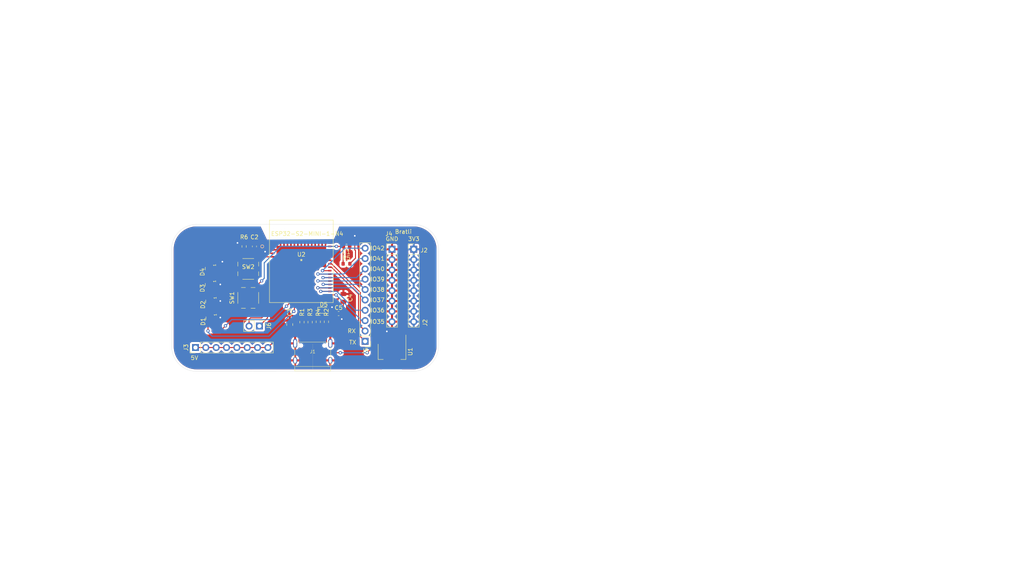
<source format=kicad_pcb>
(kicad_pcb (version 20211014) (generator pcbnew)
  (layers (0 "F.Cu" signal) (31 "B.Cu" signal) (34 "B.Paste" user) (35 "F.Paste" user) (36 "B.SilkS" user "B.Silkscreen") (37 "F.SilkS" user "F.Silkscreen") (38 "B.Mask" user) (39 "F.Mask" user) (44 "Edge.Cuts" user))
  (net 0 "")
  (net 1 "GND")
  (net 2 "Enable")
  (net 3 "Boot")
  (net 4 "/VBUS")
  (net 5 "+3V3")
  (net 6 "Net-(J1-PadA5)")
  (net 7 "Net-(J1-PadA6)")
  (net 8 "Net-(J1-PadA7)")
  (net 10 "Net-(J1-PadB5)")
  (net 12 "/TX")
  (net 13 "/RX")
  (net 14 "USB_N")
  (net 15 "USB_P")
  (net 27 "Net-(D1-Pad2)")
  (net 28 "Net-(D1-Pad3)")
  (net 30 "/RGB_SDI")
  (net 31 "/RGB_CKI")
  (net 37 "/SCL")
  (net 38 "/SDA")
  (net 39 "/IO42")
  (net 40 "/IO41")
  (net 41 "/IO40")
  (net 42 "/IO39")
  (net 43 "/IO38")
  (net 44 "/IO37")
  (net 45 "/IO36")
  (net 46 "/IO35")
  (net 47 "Net-(D2-Pad2)")
  (net 48 "Net-(D2-Pad3)")
  (net 49 "Net-(D3-Pad2)")
  (net 50 "Net-(D3-Pad3)")
  (net 53 "/RGB_B")
  (net 54 "/RGB_G")
  (net 55 "/RGB_R")
  (net 56 "Net-(U2-Pad29)")
  (footprint "Resistor_SMD:R_0603_1608Metric" (layer "F.Cu") (at 113.03 90.17)
    (fp_text reference "R5")
    (fp_text value "10k")
  )
  (footprint "LED_SMD:LED-APA102-2020" (layer "F.Cu") (at 79.756 96.178 -90)
    (fp_text reference "D3")
    (fp_text value "APA102-2020")
  )
  (footprint "Capacitor_SMD:C_0603_1608Metric" (layer "F.Cu") (at 90.424 85.915 -90)
    (fp_text reference "C2")
    (fp_text value "0.1uF")
  )
  (footprint "Connector_PinHeader_2.54mm:PinHeader_1x10_P2.54mm_Vertical" (layer "F.Cu") (at 117.602 109.215 180)
    (fp_text reference "J5")
    (fp_text value "Conn_01x10_Male")
  )
  (footprint "Capacitor_SMD:C_0603_1608Metric" (layer "F.Cu") (at 111.094 102.398)
    (fp_text reference "C5")
    (fp_text value "0.1uF")
  )
  (footprint "Connector_PinHeader_2.54mm:PinHeader_1x08_P2.54mm_Vertical" (layer "F.Cu") (at 75.946 110.744 90)
    (fp_text reference "J3")
    (fp_text value "Conn_01x08_Male")
  )
  (footprint "Button_Switch_SMD:SW_SPST_Panasonic_EVQPL_3PL_5PL_PT_A08" (layer "F.Cu") (at 88.9 91.44)
    (fp_text reference "SW2")
    (fp_text value "SW_Boot")
  )
  (footprint "Resistor_SMD:R_0603_1608Metric" (layer "F.Cu") (at 102.094 104.498 90)
    (fp_text reference "R1")
    (fp_text value "5.1k")
  )
  (footprint "Resistor_SMD:R_0603_1608Metric" (layer "F.Cu") (at 87.884 85.915 90)
    (fp_text reference "R6")
    (fp_text value "10k")
  )
  (footprint "Package_TO_SOT_SMD:SOT-223" (layer "F.Cu") (at 124.206 111.76 -90)
    (fp_text reference "U1")
    (fp_text value "LM1117-3.3")
  )
  (footprint "LED_SMD:LED-APA102-2020" (layer "F.Cu") (at 79.872 100.242 -90)
    (fp_text reference "D2")
    (fp_text value "APA102-2020")
  )
  (footprint "LED_SMD:LED-APA102-2020" (layer "F.Cu") (at 79.922 104.394 -90)
    (fp_text reference "D1")
    (fp_text value "APA102-2020")
  )
  (footprint "Capacitor_SMD:C_0805_2012Metric" (layer "F.Cu") (at 99.094 105.098 -90)
    (fp_text reference "C3")
    (fp_text value "47uF")
  )
  (footprint "Button_Switch_SMD:SW_SPST_Panasonic_EVQPL_3PL_5PL_PT_A08" (layer "F.Cu") (at 88.9 98.552 90)
    (fp_text reference "SW1")
    (fp_text value "SW_Enable")
  )
  (footprint "LED_SMD:LED_0603_1608Metric" (layer "F.Cu") (at 107.442 101.6)
    (fp_text reference "D5")
    (fp_text value "LED")
  )
  (footprint "Resistor_SMD:R_0603_1608Metric" (layer "F.Cu") (at 104.094 104.498 90)
    (fp_text reference "R3")
    (fp_text value "33R")
  )
  (footprint "LED_SMD:LED-APA102-2020" (layer "F.Cu") (at 79.756 92.202 -90)
    (fp_text reference "D4")
    (fp_text value "APA102-2020")
  )
  (footprint "Resistor_SMD:R_0603_1608Metric" (layer "F.Cu") (at 108.094 104.423 90)
    (fp_text reference "R2")
    (fp_text value "5.1k")
  )
  (footprint "Resistor_SMD:R_0603_1608Metric" (layer "F.Cu") (at 106.094 104.423 90)
    (fp_text reference "R4")
    (fp_text value "33R")
  )
  (footprint "Capacitor_SMD:C_0603_1608Metric" (layer "F.Cu") (at 113.03 85.852 180)
    (fp_text reference "C1")
    (fp_text value "0.1uF")
  )
  (footprint "USB-C-Power-tester:TYPE-C-31-M-12" (layer "F.Cu") (at 104.734 113.898)
    (fp_text reference "J1")
    (fp_text value "USB_C_Receptacle_USB2.0")
  )
  (footprint "footprints:ESP32-S2-MINI-1-N4" (layer "F.Cu") (at 101.937 89.5749)
    (fp_text reference "U2")
    (fp_text value "ESP32-S2-MINI-1-N4")
  )
  (footprint "Connector_PinHeader_2.54mm:PinHeader_1x08_P2.54mm_Vertical" (layer "F.Cu") (at 124.206 86.614)
    (fp_text reference "J4")
    (fp_text value "Conn_01x08_Male")
  )
  (footprint "Connector_PinHeader_2.54mm:PinHeader_1x08_P2.54mm_Vertical" (layer "F.Cu") (at 129.54 86.614)
    (fp_text reference "J2")
    (fp_text value "Conn_01x08_Male")
  )
  (footprint "Connector_PinHeader_2.54mm:PinHeader_1x02_P2.54mm_Vertical" (layer "F.Cu") (at 91.6432 105.4608 -90)
    (fp_text reference "J6")
    (fp_text value "Conn_01x02_Male")
  )
  (footprint "Capacitor_SMD:C_0805_2012Metric" (layer "F.Cu") (at 112.268 98.552 -90)
    (fp_text reference "C4")
    (fp_text value "47uF")
  )
  (gr_arc (start 70.096523 86.606523) (mid 71.882 82.296) (end 76.192523 80.510523) (layer "Edge.Cuts") (width 0.05))
  (gr_arc (start 135.636 110.236) (mid 133.712883 114.845038) (end 129.032 116.586) (layer "Edge.Cuts") (width 0.05))
  (gr_line (start 129.54 80.518) (end 76.192523 80.510523) (layer "Edge.Cuts") (width 0.05))
  (gr_arc (start 76.192523 116.593477) (mid 71.88263 114.804269) (end 70.104 110.49) (layer "Edge.Cuts") (width 0.05))
  (gr_line (start 70.096523 86.606523) (end 70.104 110.49) (layer "Edge.Cuts") (width 0.05))
  (gr_arc (start 129.54 80.518) (mid 133.850523 82.303477) (end 135.636 86.614) (layer "Edge.Cuts") (width 0.05))
  (gr_line (start 76.192523 116.593477) (end 129.032 116.586) (layer "Edge.Cuts") (width 0.05))
  (gr_line (start 135.636 86.614) (end 135.636 110.236) (layer "Edge.Cuts") (width 0.05))
  (gr_text "GND" (at 124.206 84.074) (layer "F.SilkS") (effects (font (size 1 1))))
  (gr_text "IO39" (at 120.65 93.98) (layer "F.SilkS") (effects (font (size 1 1))))
  (gr_text "IO37" (at 120.65 99.06) (layer "F.SilkS") (effects (font (size 1 1))))
  (gr_text "IO40" (at 120.65 91.44) (layer "F.SilkS") (effects (font (size 1 1))))
  (gr_text "IO35" (at 120.65 104.394) (layer "F.SilkS") (effects (font (size 1 1))))
  (gr_text "TX" (at 114.554 109.474) (layer "F.SilkS") (effects (font (size 1 1))))
  (gr_text "IO42" (at 120.65 86.36) (layer "F.SilkS") (effects (font (size 1 1))))
  (gr_text "RX" (at 114.3 106.68) (layer "F.SilkS") (effects (font (size 1 1))))
  (gr_text "IO41" (at 120.65 88.9) (layer "F.SilkS") (effects (font (size 1 1))))
  (gr_text "5V" (at 75.692 113.284) (layer "F.SilkS") (effects (font (size 1 1))))
  (gr_text "IO38" (at 120.65 96.52) (layer "F.SilkS") (effects (font (size 1 1))))
  (gr_text "IO36" (at 120.65 101.6) (layer "F.SilkS") (effects (font (size 1 1))))
  (gr_text "Bratli" (at 127 82.296) (layer "F.SilkS") (effects (font (size 1 1))))
  (gr_text "J2" (at 132.334 104.648 90) (layer "F.SilkS") (effects (font (size 1 1))))
  (gr_text "3V3" (at 129.54 84.074) (layer "F.SilkS") (effects (font (size 1 1))))
  (segment (start 76.2 102.252) (end 76.2 97.79) (width 0.25) (layer "F.Cu") (net 1))
  (segment (start 124.206 86.614) (end 124.206 89.154) (width 0.25) (layer "F.Cu") (net 1))
  (segment (start 124.206 99.314) (end 124.206 101.854) (width 0.25) (layer "F.Cu") (net 1))
  (segment (start 107.834 108.798) (end 107.834 108.066) (width 0.25) (layer "F.Cu") (net 1))
  (segment (start 124.206 101.854) (end 124.206 104.394) (width 0.25) (layer "F.Cu") (net 1))
  (segment (start 79.166 96.178) (end 78.176 96.178) (width 0.25) (layer "F.Cu") (net 1))
  (segment (start 101.092 107.442) (end 100.838 107.442) (width 0.25) (layer "F.Cu") (net 1))
  (segment (start 76.2 97.79) (end 76.2 93.98) (width 0.25) (layer "F.Cu") (net 1))
  (segment (start 101.359 107.709) (end 101.359 108.798) (width 0.25) (layer "F.Cu") (net 1))
  (segment (start 124.206 91.694) (end 124.206 94.234) (width 0.25) (layer "F.Cu") (net 1))
  (segment (start 75.438 91.694) (end 75.438 89.916) (width 0.25) (layer "F.Cu") (net 1))
  (segment (start 86.747489 88.937489) (end 87.05 89.24) (width 0.25) (layer "F.Cu") (net 1))
  (segment (start 108.109 107.791) (end 108.458 107.442) (width 0.25) (layer "F.Cu") (net 1))
  (segment (start 101.634 107.984) (end 101.359 107.709) (width 0.25) (layer "F.Cu") (net 1))
  (segment (start 76.2 93.98) (end 76.2 92.202) (width 0.25) (layer "F.Cu") (net 1))
  (segment (start 78.342 104.394) (end 76.2 102.252) (width 0.25) (layer "F.Cu") (net 1))
  (segment (start 101.634 108.798) (end 101.634 107.984) (width 0.25) (layer "F.Cu") (net 1))
  (segment (start 78.176 96.178) (end 76.2 94.202) (width 0.25) (layer "F.Cu") (net 1))
  (segment (start 124.206 94.234) (end 124.206 96.774) (width 0.25) (layer "F.Cu") (net 1))
  (segment (start 75.438 89.916) (end 76.416511 88.937489) (width 0.25) (layer "F.Cu") (net 1))
  (segment (start 76.2 94.202) (end 76.2 93.98) (width 0.25) (layer "F.Cu") (net 1))
  (segment (start 124.206 89.154) (end 124.206 91.694) (width 0.25) (layer "F.Cu") (net 1))
  (segment (start 124.206 96.774) (end 124.206 99.314) (width 0.25) (layer "F.Cu") (net 1))
  (segment (start 79.166 92.202) (end 76.2 92.202) (width 0.25) (layer "F.Cu") (net 1))
  (segment (start 108.109 107.791) (end 108.109 108.798) (width 0.25) (layer "F.Cu") (net 1))
  (segment (start 79.332 104.394) (end 78.342 104.394) (width 0.25) (layer "F.Cu") (net 1))
  (segment (start 76.416511 88.937489) (end 86.747489 88.937489) (width 0.25) (layer "F.Cu") (net 1))
  (segment (start 107.834 108.066) (end 108.109 107.791) (width 0.25) (layer "F.Cu") (net 1))
  (segment (start 101.359 107.709) (end 101.092 107.442) (width 0.25) (layer "F.Cu") (net 1))
  (segment (start 79.282 100.242) (end 78.292 100.242) (width 0.25) (layer "F.Cu") (net 1))
  (segment (start 78.292 100.242) (end 76.2 98.15) (width 0.25) (layer "F.Cu") (net 1))
  (segment (start 76.2 92.202) (end 75.946 92.202) (width 0.25) (layer "F.Cu") (net 1))
  (segment (start 75.946 92.202) (end 75.438 91.694) (width 0.25) (layer "F.Cu") (net 1))
  (segment (start 76.2 98.15) (end 76.2 97.79) (width 0.25) (layer "F.Cu") (net 1))
  (segment (start 86.7 96.702) (end 91.1 96.702) (width 0.25) (layer "F.Cu") (net 2))
  (segment (start 91.1 95.463) (end 91.1 96.702) (width 0.25) (layer "F.Cu") (net 2))
  (segment (start 92.1766 94.3864) (end 91.1 95.463) (width 0.25) (layer "F.Cu") (net 2))
  (segment (start 112.193586 85.913414) (end 112.255 85.852) (width 0.25) (layer "F.Cu") (net 2))
  (segment (start 112.205 90.17) (end 112.205 85.902) (width 0.25) (layer "F.Cu") (net 2))
  (segment (start 112.205 85.902) (end 112.255 85.852) (width 0.25) (layer "F.Cu") (net 2))
  (segment (start 108.936999 85.913414) (end 112.193586 85.913414) (width 0.25) (layer "F.Cu") (net 2))
  (via (at 110.551414 85.913414) (size 0.8) (drill 0.4) (layers "F.Cu" "B.Cu") (net 2))
  (via (at 92.1766 94.3864) (size 0.8) (drill 0.4) (layers "F.Cu" "B.Cu") (net 2))
  (segment (start 92.837 93.726) (end 92.1766 94.3864) (width 0.25) (layer "B.Cu") (net 2))
  (segment (start 110.551414 85.913414) (end 96.864986 85.913414) (width 0.25) (layer "B.Cu") (net 2))
  (segment (start 96.864986 85.913414) (end 92.837 89.9414) (width 0.25) (layer "B.Cu") (net 2))
  (segment (start 92.837 89.9414) (end 92.837 93.726) (width 0.25) (layer "B.Cu") (net 2))
  (segment (start 87.884 86.74) (end 89.094 86.74) (width 0.25) (layer "F.Cu") (net 3))
  (segment (start 92.768414 88.463414) (end 91.44 87.135) (width 0.25) (layer "F.Cu") (net 3))
  (segment (start 94.937001 88.463414) (end 92.768414 88.463414) (width 0.25) (layer "F.Cu") (net 3))
  (segment (start 91.44 87.135) (end 90.869 87.135) (width 0.25) (layer "F.Cu") (net 3))
  (segment (start 90.75 89.24) (end 90.75 87.825) (width 0.25) (layer "F.Cu") (net 3))
  (segment (start 90.869 87.135) (end 90.424 86.69) (width 0.25) (layer "F.Cu") (net 3))
  (segment (start 90.869 87.135) (end 90.869 87.706) (width 0.25) (layer "F.Cu") (net 3))
  (segment (start 90.75 93.64) (end 90.75 89.24) (width 0.25) (layer "F.Cu") (net 3))
  (segment (start 90.869 87.706) (end 90.75 87.825) (width 0.25) (layer "F.Cu") (net 3))
  (segment (start 89.094 86.74) (end 89.734 87.38) (width 0.25) (layer "F.Cu") (net 3))
  (segment (start 89.734 87.38) (end 90.424 86.69) (width 0.25) (layer "F.Cu") (net 3))
  (segment (start 75.946 110.744) (end 78.486 110.744) (width 0.25) (layer "F.Cu") (net 4))
  (segment (start 103.839 111.178) (end 105.603022 111.178) (width 0.25) (layer "F.Cu") (net 4))
  (segment (start 102.434 109.773) (end 103.839 111.178) (width 0.25) (layer "F.Cu") (net 4))
  (segment (start 98.422 106.048) (end 99.094 106.048) (width 0.25) (layer "F.Cu") (net 4))
  (segment (start 121.906 108.61) (end 121.4632 108.61) (width 0.25) (layer "F.Cu") (net 4))
  (segment (start 102.434 108.798) (end 102.434 107.9966) (width 0.25) (layer "F.Cu") (net 4))
  (segment (start 107.034 109.747022) (end 107.034 108.798) (width 0.25) (layer "F.Cu") (net 4))
  (segment (start 105.603022 111.178) (end 107.034 109.747022) (width 0.25) (layer "F.Cu") (net 4))
  (segment (start 121.4632 108.61) (end 118.0846 111.9886) (width 0.25) (layer "F.Cu") (net 4))
  (segment (start 93.726 110.744) (end 98.422 106.048) (width 0.25) (layer "F.Cu") (net 4))
  (segment (start 83.566 110.744) (end 86.106 110.744) (width 0.25) (layer "F.Cu") (net 4))
  (segment (start 118.0846 111.9886) (end 118.11 112.014) (width 0.25) (layer "F.Cu") (net 4))
  (segment (start 102.434 108.798) (end 102.434 109.773) (width 0.25) (layer "F.Cu") (net 4))
  (segment (start 86.106 110.744) (end 88.646 110.744) (width 0.25) (layer "F.Cu") (net 4))
  (segment (start 78.486 110.744) (end 81.026 110.744) (width 0.25) (layer "F.Cu") (net 4))
  (segment (start 99.094 106.048) (end 100.4854 106.048) (width 0.25) (layer "F.Cu") (net 4))
  (segment (start 81.026 110.744) (end 83.566 110.744) (width 0.25) (layer "F.Cu") (net 4))
  (segment (start 100.4854 106.048) (end 102.159 107.7216) (width 0.25) (layer "F.Cu") (net 4))
  (segment (start 102.159 107.7216) (end 102.159 108.798) (width 0.25) (layer "F.Cu") (net 4))
  (segment (start 91.186 110.744) (end 93.726 110.744) (width 0.25) (layer "F.Cu") (net 4))
  (segment (start 106.439022 112.014) (end 105.603022 111.178) (width 0.25) (layer "F.Cu") (net 4))
  (segment (start 105.603022 111.178) (end 105.603022 111.207022) (width 0.25) (layer "F.Cu") (net 4))
  (segment (start 88.646 110.744) (end 91.186 110.744) (width 0.25) (layer "F.Cu") (net 4))
  (segment (start 111.506 112.014) (end 106.439022 112.014) (width 0.25) (layer "F.Cu") (net 4))
  (segment (start 102.434 107.9966) (end 102.159 107.7216) (width 0.25) (layer "F.Cu") (net 4))
  (via (at 118.11 112.014) (size 0.8) (drill 0.4) (layers "F.Cu" "B.Cu") (net 4))
  (via (at 111.506 112.014) (size 0.8) (drill 0.4) (layers "F.Cu" "B.Cu") (net 4))
  (segment (start 118.11 112.014) (end 111.506 112.014) (width 0.25) (layer "B.Cu") (net 4))
  (segment (start 80.772 99.392) (end 80.772 100.172) (width 0.25) (layer "F.Cu") (net 5))
  (segment (start 80.772 99.392) (end 81.964 99.392) (width 0.25) (layer "F.Cu") (net 5))
  (segment (start 129.54 94.234) (end 129.54 96.774) (width 0.25) (layer "F.Cu") (net 5))
  (segment (start 80.86 91.352) (end 81.788 90.424) (width 0.25) (layer "F.Cu") (net 5))
  (segment (start 108.712 101.6) (end 109.474 100.838) (width 0.25) (layer "F.Cu") (net 5))
  (segment (start 80.772 100.172) (end 80.702 100.242) (width 0.25) (layer "F.Cu") (net 5))
  (segment (start 80.656 91.352) (end 80.656 92.132) (width 0.25) (layer "F.Cu") (net 5))
  (segment (start 113.855 90.17) (end 115.2398 88.7852) (width 0.25) (layer "F.Cu") (net 5))
  (segment (start 80.822 103.544) (end 81.876 103.544) (width 0.25) (layer "F.Cu") (net 5))
  (segment (start 93.455415 87.613415) (end 93.0402 87.1982) (width 0.25) (layer "F.Cu") (net 5))
  (segment (start 81.876 103.544) (end 82.042 103.378) (width 0.25) (layer "F.Cu") (net 5))
  (segment (start 129.54 96.774) (end 129.54 99.314) (width 0.25) (layer "F.Cu") (net 5))
  (segment (start 111.869 103.7516) (end 111.8616 103.759) (width 0.25) (layer "F.Cu") (net 5))
  (segment (start 108.2295 101.6) (end 108.712 101.6) (width 0.25) (layer "F.Cu") (net 5))
  (segment (start 112.268 101.999) (end 112.268 99.502) (width 0.25) (layer "F.Cu") (net 5))
  (segment (start 115.2398 88.7852) (end 115.2398 86.9442) (width 0.25) (layer "F.Cu") (net 5))
  (segment (start 80.656 95.328) (end 81.964 95.328) (width 0.25) (layer "F.Cu") (net 5))
  (segment (start 124.206 108.0516) (end 122.936 106.7816) (width 0.25) (layer "F.Cu") (net 5))
  (segment (start 115.062 86.7664) (end 115.062 83.312) (width 0.25) (layer "F.Cu") (net 5))
  (segment (start 129.54 91.694) (end 129.54 94.234) (width 0.25) (layer "F.Cu") (net 5))
  (segment (start 80.656 92.132) (end 80.586 92.202) (width 0.25) (layer "F.Cu") (net 5))
  (segment (start 80.656 91.352) (end 80.86 91.352) (width 0.25) (layer "F.Cu") (net 5))
  (segment (start 94.937001 87.613415) (end 93.455415 87.613415) (width 0.25) (layer "F.Cu") (net 5))
  (segment (start 81.788 90.424) (end 82.55 89.662) (width 0.25) (layer "F.Cu") (net 5))
  (segment (start 81.964 95.328) (end 82.042 95.25) (width 0.25) (layer "F.Cu") (net 5))
  (segment (start 129.54 101.854) (end 129.54 104.394) (width 0.25) (layer "F.Cu") (net 5))
  (segment (start 80.752 104.394) (end 80.752 103.614) (width 0.25) (layer "F.Cu") (net 5))
  (segment (start 81.964 99.392) (end 82.042 99.314) (width 0.25) (layer "F.Cu") (net 5))
  (segment (start 87.884 85.09) (end 86.297 85.09) (width 0.25) (layer "F.Cu") (net 5))
  (segment (start 129.54 99.314) (end 129.54 101.854) (width 0.25) (layer "F.Cu") (net 5))
  (segment (start 129.54 89.154) (end 129.54 91.694) (width 0.25) (layer "F.Cu") (net 5))
  (segment (start 108.3056 101.5239) (end 108.2295 101.6) (width 0.25) (layer "F.Cu") (net 5))
  (segment (start 124.206 108.61) (end 124.206 108.0516) (width 0.25) (layer "F.Cu") (net 5))
  (segment (start 80.656 96.108) (end 80.586 96.178) (width 0.25) (layer "F.Cu") (net 5))
  (segment (start 80.752 103.614) (end 80.822 103.544) (width 0.25) (layer "F.Cu") (net 5))
  (segment (start 111.869 102.398) (end 111.869 103.7516) (width 0.25) (layer "F.Cu") (net 5))
  (segment (start 115.2398 86.9442) (end 115.062 86.7664) (width 0.25) (layer "F.Cu") (net 5))
  (segment (start 111.869 102.398) (end 112.268 101.999) (width 0.25) (layer "F.Cu") (net 5))
  (segment (start 129.54 86.614) (end 129.54 89.154) (width 0.25) (layer "F.Cu") (net 5))
  (segment (start 86.297 85.09) (end 86.2584 85.0514) (width 0.25) (layer "F.Cu") (net 5))
  (segment (start 80.656 95.328) (end 80.656 96.108) (width 0.25) (layer "F.Cu") (net 5))
  (via (at 115.062 83.312) (size 0.8) (drill 0.4) (layers "F.Cu" "B.Cu") (net 5))
  (via (at 111.8616 103.759) (size 0.8) (drill 0.4) (layers "F.Cu" "B.Cu") (net 5))
  (via (at 122.936 106.7816) (size 0.8) (drill 0.4) (layers "F.Cu" "B.Cu") (net 5))
  (via (at 82.042 95.25) (size 0.8) (drill 0.4) (layers "F.Cu" "B.Cu") (net 5))
  (via (at 109.474 100.838) (size 0.8) (drill 0.4) (layers "F.Cu" "B.Cu") (net 5))
  (via (at 86.2584 85.0514) (size 0.8) (drill 0.4) (layers "F.Cu" "B.Cu") (net 5))
  (via (at 93.0402 87.1982) (size 0.8) (drill 0.4) (layers "F.Cu" "B.Cu") (net 5))
  (via (at 82.55 89.662) (size 0.8) (drill 0.4) (layers "F.Cu" "B.Cu") (net 5))
  (via (at 82.042 99.314) (size 0.8) (drill 0.4) (layers "F.Cu" "B.Cu") (net 5))
  (via (at 82.042 103.378) (size 0.8) (drill 0.4) (layers "F.Cu" "B.Cu") (net 5))
  (segment (start 102.094 105.323) (end 103.484 106.713) (width 0.25) (layer "F.Cu") (net 6))
  (segment (start 103.484 106.713) (end 103.484 108.798) (width 0.25) (layer "F.Cu") (net 6))
  (segment (start 104.484 106.858) (end 106.094 105.248) (width 0.25) (layer "F.Cu") (net 7))
  (segment (start 106.094 105.248) (end 105.484 105.858) (width 0.25) (layer "F.Cu") (net 7))
  (segment (start 105.484 105.858) (end 105.484 108.798) (width 0.25) (layer "F.Cu") (net 7))
  (segment (start 104.484 108.798) (end 104.484 106.858) (width 0.25) (layer "F.Cu") (net 7))
  (segment (start 104.284978 110.098) (end 104.594 110.098) (width 0.25) (layer "F.Cu") (net 8))
  (segment (start 104.594 110.098) (end 104.984 109.708) (width 0.25) (layer "F.Cu") (net 8))
  (segment (start 103.984 105.433) (end 103.984 108.798) (width 0.25) (layer "F.Cu") (net 8))
  (segment (start 104.094 105.323) (end 103.984 105.433) (width 0.25) (layer "F.Cu") (net 8))
  (segment (start 103.984 108.798) (end 103.984 109.797022) (width 0.25) (layer "F.Cu") (net 8))
  (segment (start 103.984 109.797022) (end 104.284978 110.098) (width 0.25) (layer "F.Cu") (net 8))
  (segment (start 104.984 109.708) (end 104.984 108.798) (width 0.25) (layer "F.Cu") (net 8))
  (segment (start 106.484 106.858) (end 108.094 105.248) (width 0.25) (layer "F.Cu") (net 10))
  (segment (start 106.484 108.798) (end 106.484 106.858) (width 0.25) (layer "F.Cu") (net 10))
  (segment (start 115.977969 97.645763) (end 115.977969 107.590969) (width 0.25) (layer "F.Cu") (net 12))
  (segment (start 115.977969 107.590969) (end 117.602 109.215) (width 0.25) (layer "F.Cu") (net 12))
  (segment (start 108.936999 91.013414) (end 109.34562 91.013414) (width 0.25) (layer "F.Cu") (net 12))
  (segment (start 109.34562 91.013414) (end 115.977969 97.645763) (width 0.25) (layer "F.Cu") (net 12))
  (segment (start 109.345622 90.163415) (end 116.427489 97.245282) (width 0.25) (layer "F.Cu") (net 13))
  (segment (start 116.427489 97.245282) (end 116.427489 105.500489) (width 0.25) (layer "F.Cu") (net 13))
  (segment (start 116.427489 105.500489) (end 117.602 106.675) (width 0.25) (layer "F.Cu") (net 13))
  (segment (start 108.936999 90.163415) (end 109.345622 90.163415) (width 0.25) (layer "F.Cu") (net 13))
  (segment (start 101.937 100.1336) (end 101.937 98.863413) (width 0.2) (layer "F.Cu") (net 14))
  (segment (start 104.094 102.2906) (end 101.937 100.1336) (width 0.2) (layer "F.Cu") (net 14))
  (segment (start 104.094 103.673) (end 104.094 102.2906) (width 0.2) (layer "F.Cu") (net 14))
  (segment (start 102.787001 100.291001) (end 106.094 103.598) (width 0.2) (layer "F.Cu") (net 15))
  (segment (start 102.787001 98.863413) (end 102.787001 100.291001) (width 0.2) (layer "F.Cu") (net 15))
  (segment (start 79.922 101.142) (end 79.872 101.092) (width 0.25) (layer "F.Cu") (net 27))
  (segment (start 79.922 103.544) (end 79.922 101.142) (width 0.25) (layer "F.Cu") (net 27))
  (segment (start 79.022 103.544) (end 79.022 101.142) (width 0.25) (layer "F.Cu") (net 28))
  (segment (start 79.022 101.142) (end 78.972 101.092) (width 0.25) (layer "F.Cu") (net 28))
  (segment (start 79.022 105.244) (end 79.022 106.581718) (width 0.25) (layer "F.Cu") (net 30))
  (segment (start 78.994 106.68) (end 79.022 106.652) (width 0.25) (layer "F.Cu") (net 30))
  (segment (start 100.237001 101.692999) (end 100.076 101.854) (width 0.25) (layer "F.Cu") (net 30))
  (segment (start 100.237001 98.863413) (end 100.237001 101.692999) (width 0.25) (layer "F.Cu") (net 30))
  (segment (start 100.33 102.108) (end 100.076 101.854) (width 0.25) (layer "F.Cu") (net 30))
  (segment (start 79.022 106.581718) (end 79.022 106.652) (width 0.25) (layer "F.Cu") (net 30))
  (via (at 100.076 101.854) (size 0.8) (drill 0.4) (layers "F.Cu" "B.Cu") (net 30))
  (via (at 79.022 106.652) (size 0.8) (drill 0.4) (layers "F.Cu" "B.Cu") (net 30))
  (segment (start 93.98 107.95) (end 80.01 107.95) (width 0.25) (layer "B.Cu") (net 30))
  (segment (start 80.01 107.95) (end 79.022 106.962) (width 0.25) (layer "B.Cu") (net 30))
  (segment (start 100.076 101.854) (end 93.98 107.95) (width 0.25) (layer "B.Cu") (net 30))
  (segment (start 79.022 106.962) (end 79.022 106.652) (width 0.25) (layer "B.Cu") (net 30))
  (segment (start 79.922 105.244) (end 79.922 105.494) (width 0.25) (layer "F.Cu") (net 31))
  (segment (start 79.922 105.494) (end 80.01 105.582) (width 0.25) (layer "F.Cu") (net 31))
  (segment (start 80.01 105.582) (end 80.01 106.68) (width 0.25) (layer "F.Cu") (net 31))
  (segment (start 98.298 100.584) (end 99.387 99.495) (width 0.25) (layer "F.Cu") (net 31))
  (segment (start 80.01 106.68) (end 82.042 106.68) (width 0.25) (layer "F.Cu") (net 31))
  (segment (start 99.387 99.495) (end 99.387 98.863413) (width 0.25) (layer "F.Cu") (net 31))
  (segment (start 82.042 106.68) (end 83.312 105.41) (width 0.25) (layer "F.Cu") (net 31))
  (via (at 83.312 105.41) (size 0.8) (drill 0.4) (layers "F.Cu" "B.Cu") (net 31))
  (via (at 98.298 100.584) (size 0.8) (drill 0.4) (layers "F.Cu" "B.Cu") (net 31))
  (segment (start 83.312 105.41) (end 84.836 103.886) (width 0.25) (layer "B.Cu") (net 31))
  (segment (start 94.996 103.886) (end 98.298 100.584) (width 0.25) (layer "B.Cu") (net 31))
  (segment (start 84.836 103.886) (end 94.996 103.886) (width 0.25) (layer "B.Cu") (net 31))
  (segment (start 93.6244 96.769615) (end 93.6244 103.4796) (width 0.25) (layer "F.Cu") (net 37))
  (segment (start 94.280601 96.113414) (end 93.6244 96.769615) (width 0.25) (layer "F.Cu") (net 37))
  (segment (start 93.6244 103.4796) (end 91.6432 105.4608) (width 0.25) (layer "F.Cu") (net 37))
  (segment (start 94.937001 96.113414) (end 94.280601 96.113414) (width 0.25) (layer "F.Cu") (net 37))
  (segment (start 92.8878 96.656216) (end 92.8878 102.7684) (width 0.25) (layer "F.Cu") (net 38))
  (segment (start 92.202 103.4542) (end 89.4588 103.4542) (width 0.25) (layer "F.Cu") (net 38))
  (segment (start 89.4588 103.4542) (end 89.1032 103.8098) (width 0.25) (layer "F.Cu") (net 38))
  (segment (start 94.937001 95.263415) (end 94.280601 95.263415) (width 0.25) (layer "F.Cu") (net 38))
  (segment (start 89.1032 103.8098) (end 89.1032 105.4608) (width 0.25) (layer "F.Cu") (net 38))
  (segment (start 92.8878 102.7684) (end 92.202 103.4542) (width 0.25) (layer "F.Cu") (net 38))
  (segment (start 94.280601 95.263415) (end 92.8878 96.656216) (width 0.25) (layer "F.Cu") (net 38))
  (segment (start 107.145585 91.863415) (end 107.1372 91.8718) (width 0.25) (layer "F.Cu") (net 39))
  (segment (start 108.936999 91.863415) (end 107.145585 91.863415) (width 0.25) (layer "F.Cu") (net 39))
  (via (at 107.1372 91.8718) (size 0.8) (drill 0.4) (layers "F.Cu" "B.Cu") (net 39))
  (segment (start 107.1372 91.8718) (end 112.654 86.355) (width 0.25) (layer "B.Cu") (net 39))
  (segment (start 112.654 86.355) (end 117.602 86.355) (width 0.25) (layer "B.Cu") (net 39))
  (segment (start 108.936999 92.713415) (end 106.048415 92.713415) (width 0.25) (layer "F.Cu") (net 40))
  (segment (start 106.048415 92.713415) (end 106.0196 92.6846) (width 0.25) (layer "F.Cu") (net 40))
  (via (at 106.0196 92.6846) (size 0.8) (drill 0.4) (layers "F.Cu" "B.Cu") (net 40))
  (segment (start 112.386386 92.6846) (end 116.175986 88.895) (width 0.25) (layer "B.Cu") (net 40))
  (segment (start 106.0196 92.6846) (end 112.386386 92.6846) (width 0.25) (layer "B.Cu") (net 40))
  (segment (start 116.175986 88.895) (end 117.602 88.895) (width 0.25) (layer "B.Cu") (net 40))
  (segment (start 107.274386 93.563414) (end 107.2642 93.5736) (width 0.25) (layer "F.Cu") (net 41))
  (segment (start 108.936999 93.563414) (end 107.274386 93.563414) (width 0.25) (layer "F.Cu") (net 41))
  (via (at 107.2642 93.5736) (size 0.8) (drill 0.4) (layers "F.Cu" "B.Cu") (net 41))
  (segment (start 107.2642 93.5736) (end 115.4634 93.5736) (width 0.25) (layer "B.Cu") (net 41))
  (segment (start 115.4634 93.5736) (end 117.602 91.435) (width 0.25) (layer "B.Cu") (net 41))
  (segment (start 106.046615 94.413415) (end 106.0196 94.3864) (width 0.25) (layer "F.Cu") (net 42))
  (segment (start 108.936999 94.413415) (end 106.046615 94.413415) (width 0.25) (layer "F.Cu") (net 42))
  (via (at 106.0196 94.3864) (size 0.8) (drill 0.4) (layers "F.Cu" "B.Cu") (net 42))
  (segment (start 117.1906 94.3864) (end 117.602 93.975) (width 0.25) (layer "B.Cu") (net 42))
  (segment (start 106.0196 94.3864) (end 117.1906 94.3864) (width 0.25) (layer "B.Cu") (net 42))
  (segment (start 107.353815 95.263415) (end 107.315 95.2246) (width 0.25) (layer "F.Cu") (net 43))
  (segment (start 108.936999 95.263415) (end 107.353815 95.263415) (width 0.25) (layer "F.Cu") (net 43))
  (via (at 107.315 95.2246) (size 0.8) (drill 0.4) (layers "F.Cu" "B.Cu") (net 43))
  (segment (start 107.315 95.2246) (end 116.3116 95.2246) (width 0.25) (layer "B.Cu") (net 43))
  (segment (start 116.3116 95.2246) (end 117.602 96.515) (width 0.25) (layer "B.Cu") (net 43))
  (segment (start 106.044814 96.113414) (end 105.9942 96.0628) (width 0.25) (layer "F.Cu") (net 44))
  (segment (start 108.936999 96.113414) (end 106.044814 96.113414) (width 0.25) (layer "F.Cu") (net 44))
  (via (at 105.9942 96.0628) (size 0.8) (drill 0.4) (layers "F.Cu" "B.Cu") (net 44))
  (segment (start 105.9942 96.0628) (end 114.6098 96.0628) (width 0.25) (layer "B.Cu") (net 44))
  (segment (start 114.6098 96.0628) (end 117.602 99.055) (width 0.25) (layer "B.Cu") (net 44))
  (segment (start 108.936999 96.963415) (end 106.717015 96.963415) (width 0.25) (layer "F.Cu") (net 45))
  (segment (start 106.717015 96.963415) (end 106.7054 96.9518) (width 0.25) (layer "F.Cu") (net 45))
  (via (at 106.7054 96.9518) (size 0.8) (drill 0.4) (layers "F.Cu" "B.Cu") (net 45))
  (segment (start 115.272784 101.595) (end 117.602 101.595) (width 0.25) (layer "B.Cu") (net 45))
  (segment (start 106.7054 96.9518) (end 110.629584 96.9518) (width 0.25) (layer "B.Cu") (net 45))
  (segment (start 110.629584 96.9518) (end 115.272784 101.595) (width 0.25) (layer "B.Cu") (net 45))
  (segment (start 108.936999 97.813415) (end 110.466585 97.813415) (width 0.25) (layer "F.Cu") (net 46))
  (segment (start 110.5154 97.7646) (end 110.466585 97.813415) (width 0.25) (layer "F.Cu") (net 46))
  (via (at 110.466585 97.813415) (size 0.8) (drill 0.4) (layers "F.Cu" "B.Cu") (net 46))
  (segment (start 116.78817 104.135) (end 117.602 104.135) (width 0.25) (layer "B.Cu") (net 46))
  (segment (start 110.466585 97.813415) (end 116.78817 104.135) (width 0.25) (layer "B.Cu") (net 46))
  (segment (start 79.872 99.392) (end 79.872 97.144) (width 0.25) (layer "F.Cu") (net 47))
  (segment (start 79.872 97.144) (end 79.756 97.028) (width 0.25) (layer "F.Cu") (net 47))
  (segment (start 78.972 97.144) (end 78.856 97.028) (width 0.25) (layer "F.Cu") (net 48))
  (segment (start 78.972 99.392) (end 78.972 97.144) (width 0.25) (layer "F.Cu") (net 48))
  (segment (start 79.756 95.328) (end 79.756 93.052) (width 0.25) (layer "F.Cu") (net 49))
  (segment (start 78.856 93.052) (end 78.856 95.328) (width 0.25) (layer "F.Cu") (net 50))
  (segment (start 106.6545 99.5935) (end 106.934 99.314) (width 0.25) (layer "F.Cu") (net 56))
  (segment (start 106.6545 101.6) (end 106.6545 99.5935) (width 0.25) (layer "F.Cu") (net 56))
  (zone (net 1) (net_name "GND") (layer "F.Cu") (connect_pads (clearance 0.508)) (min_thickness 0.254) (fill yes (thermal_gap 0.508) (thermal_bridge_width 0.508))
    (polygon (pts (xy 269.24 40.64) (xy 266.7 157.48) (xy 50.8 152.4) (xy 50.8 38.1)))
  )
  (zone (net 0) (net_name "") (layers F&B.Cu) (connect_pads (clearance 0)) (min_thickness 0.254)
    (keepout (tracks not_allowed) (vias not_allowed) (pads not_allowed) (copperpour not_allowed) (footprints allowed))
    (fill (thermal_gap 0.508) (thermal_bridge_width 0.508))
    (polygon (pts (xy 109.982 84.1248) (xy 93.5228 84.2518) (xy 93.4974 84.2772) (xy 90.8304 78.7146) (xy 112.1918 78.7146)))
  )
  (zone (net 5) (net_name "+3V3") (layer "B.Cu") (connect_pads (clearance 0.508)) (min_thickness 0.254) (fill yes (thermal_gap 0.508) (thermal_bridge_width 0.508))
    (polygon (pts (xy 279.4 165.1) (xy 27.94 157.48) (xy 27.94 25.4) (xy 276.86 25.4)))
  )
)
</source>
